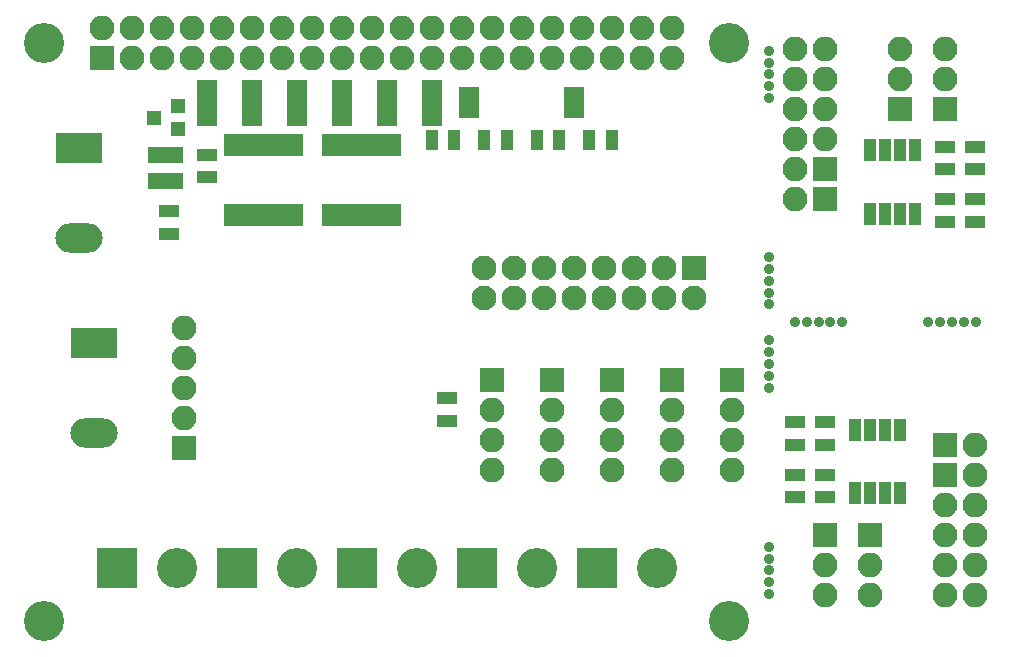
<source format=gts>
G04 #@! TF.FileFunction,Soldermask,Top*
%FSLAX46Y46*%
G04 Gerber Fmt 4.6, Leading zero omitted, Abs format (unit mm)*
G04 Created by KiCad (PCBNEW 4.0.7) date 08/21/18 18:23:19*
%MOMM*%
%LPD*%
G01*
G04 APERTURE LIST*
%ADD10C,0.100000*%
%ADD11R,1.670000X1.370000*%
%ADD12C,0.900000*%
%ADD13R,2.100000X2.100000*%
%ADD14C,2.100000*%
%ADD15O,2.100000X2.100000*%
%ADD16R,1.050000X1.460000*%
%ADD17R,1.300000X1.200000*%
%ADD18R,1.700000X1.100000*%
%ADD19R,1.100000X1.700000*%
%ADD20R,0.850000X1.850000*%
%ADD21C,3.400000*%
%ADD22R,4.000000X2.500000*%
%ADD23O,4.000000X2.500000*%
%ADD24R,3.400000X3.400000*%
%ADD25R,1.000000X1.950000*%
G04 APERTURE END LIST*
D10*
D11*
X106680000Y-25400000D03*
X106680000Y-24130000D03*
X106680000Y-22860000D03*
X95250000Y-25400000D03*
X95250000Y-24130000D03*
X95250000Y-22860000D03*
X99060000Y-25400000D03*
X99060000Y-24130000D03*
X99060000Y-22860000D03*
X102870000Y-25400000D03*
X102870000Y-24130000D03*
X102870000Y-22860000D03*
X110490000Y-25400000D03*
X110490000Y-24130000D03*
X110490000Y-22860000D03*
X114300000Y-25400000D03*
X114300000Y-24130000D03*
X114300000Y-22860000D03*
D12*
X142875000Y-44260000D03*
X142875000Y-45260000D03*
X142875000Y-46260000D03*
X142875000Y-47260000D03*
X142875000Y-48260000D03*
X142875000Y-61738000D03*
X142875000Y-62738000D03*
X142875000Y-63738000D03*
X142875000Y-64738000D03*
X142875000Y-65738000D03*
X145050000Y-42672000D03*
X146050000Y-42672000D03*
X147050000Y-42672000D03*
X148050000Y-42672000D03*
X149050000Y-42672000D03*
X156353000Y-42672000D03*
X157353000Y-42672000D03*
X158353000Y-42672000D03*
X159353000Y-42672000D03*
X160353000Y-42672000D03*
X142875000Y-37227000D03*
X142875000Y-38227000D03*
X142875000Y-39227000D03*
X142875000Y-40227000D03*
X142875000Y-41227000D03*
D13*
X136525000Y-38100000D03*
D14*
X136525000Y-40640000D03*
X133985000Y-38100000D03*
X133985000Y-40640000D03*
X131445000Y-38100000D03*
X131445000Y-40640000D03*
X128905000Y-38100000D03*
X128905000Y-40640000D03*
X126365000Y-38100000D03*
X126365000Y-40640000D03*
X123825000Y-38100000D03*
X123825000Y-40640000D03*
X121285000Y-38100000D03*
X121285000Y-40640000D03*
X118745000Y-38100000D03*
X118745000Y-40640000D03*
D13*
X119380000Y-47625000D03*
D15*
X119380000Y-50165000D03*
X119380000Y-52705000D03*
X119380000Y-55245000D03*
D13*
X124460000Y-47625000D03*
D15*
X124460000Y-50165000D03*
X124460000Y-52705000D03*
X124460000Y-55245000D03*
D13*
X129540000Y-47625000D03*
D15*
X129540000Y-50165000D03*
X129540000Y-52705000D03*
X129540000Y-55245000D03*
D13*
X93345000Y-53340000D03*
D15*
X93345000Y-50800000D03*
X93345000Y-48260000D03*
X93345000Y-45720000D03*
X93345000Y-43180000D03*
D13*
X139700000Y-47625000D03*
D15*
X139700000Y-50165000D03*
X139700000Y-52705000D03*
X139700000Y-55245000D03*
D13*
X134620000Y-47625000D03*
D15*
X134620000Y-50165000D03*
X134620000Y-52705000D03*
X134620000Y-55245000D03*
D11*
X117475000Y-24775000D03*
X117475000Y-23495000D03*
X126365000Y-24770000D03*
X126365000Y-23490000D03*
D16*
X90805000Y-30775000D03*
X91755000Y-30775000D03*
X92705000Y-30775000D03*
X92705000Y-28575000D03*
X90805000Y-28575000D03*
X91755000Y-28575000D03*
D17*
X92805000Y-26350000D03*
X92805000Y-24450000D03*
X90805000Y-25400000D03*
D18*
X115570000Y-51054000D03*
X115570000Y-49154000D03*
D19*
X114300000Y-27305000D03*
X116200000Y-27305000D03*
X118745000Y-27305000D03*
X120645000Y-27305000D03*
X123195000Y-27305000D03*
X125095000Y-27305000D03*
X127635000Y-27305000D03*
X129535000Y-27305000D03*
D18*
X92075000Y-33340000D03*
X92075000Y-35240000D03*
X95250000Y-28575000D03*
X95250000Y-30475000D03*
D20*
X97155000Y-33655000D03*
X97805000Y-33655000D03*
X98455000Y-33655000D03*
X99105000Y-33655000D03*
X99755000Y-33655000D03*
X100405000Y-33655000D03*
X101055000Y-33655000D03*
X101705000Y-33655000D03*
X102355000Y-33655000D03*
X103005000Y-33655000D03*
X103005000Y-27755000D03*
X102355000Y-27755000D03*
X101705000Y-27755000D03*
X101055000Y-27755000D03*
X100405000Y-27755000D03*
X99755000Y-27755000D03*
X99105000Y-27755000D03*
X98455000Y-27755000D03*
X97805000Y-27755000D03*
X97155000Y-27755000D03*
X105410000Y-33655000D03*
X106060000Y-33655000D03*
X106710000Y-33655000D03*
X107360000Y-33655000D03*
X108010000Y-33655000D03*
X108660000Y-33655000D03*
X109310000Y-33655000D03*
X109960000Y-33655000D03*
X110610000Y-33655000D03*
X111260000Y-33655000D03*
X111260000Y-27755000D03*
X110610000Y-27755000D03*
X109960000Y-27755000D03*
X109310000Y-27755000D03*
X108660000Y-27755000D03*
X108010000Y-27755000D03*
X107360000Y-27755000D03*
X106710000Y-27755000D03*
X106060000Y-27755000D03*
X105410000Y-27755000D03*
D13*
X86360000Y-20320000D03*
D15*
X86360000Y-17780000D03*
X88900000Y-20320000D03*
X88900000Y-17780000D03*
X91440000Y-20320000D03*
X91440000Y-17780000D03*
X93980000Y-20320000D03*
X93980000Y-17780000D03*
X96520000Y-20320000D03*
X96520000Y-17780000D03*
X99060000Y-20320000D03*
X99060000Y-17780000D03*
X101600000Y-20320000D03*
X101600000Y-17780000D03*
X104140000Y-20320000D03*
X104140000Y-17780000D03*
X106680000Y-20320000D03*
X106680000Y-17780000D03*
X109220000Y-20320000D03*
X109220000Y-17780000D03*
X111760000Y-20320000D03*
X111760000Y-17780000D03*
X114300000Y-20320000D03*
X114300000Y-17780000D03*
X116840000Y-20320000D03*
X116840000Y-17780000D03*
X119380000Y-20320000D03*
X119380000Y-17780000D03*
X121920000Y-20320000D03*
X121920000Y-17780000D03*
X124460000Y-20320000D03*
X124460000Y-17780000D03*
X127000000Y-20320000D03*
X127000000Y-17780000D03*
X129540000Y-20320000D03*
X129540000Y-17780000D03*
X132080000Y-20320000D03*
X132080000Y-17780000D03*
X134620000Y-20320000D03*
X134620000Y-17780000D03*
D21*
X139490000Y-19050000D03*
X81490000Y-19050000D03*
X81490000Y-68050000D03*
X139490000Y-68050000D03*
D22*
X85725000Y-44450000D03*
D23*
X85725000Y-52070000D03*
D24*
X87630000Y-63500000D03*
D21*
X92710000Y-63500000D03*
D24*
X97790000Y-63500000D03*
D21*
X102870000Y-63500000D03*
D24*
X107950000Y-63500000D03*
D21*
X113030000Y-63500000D03*
D24*
X118110000Y-63500000D03*
D21*
X123190000Y-63500000D03*
D24*
X128270000Y-63500000D03*
D21*
X133350000Y-63500000D03*
D13*
X157761521Y-55644537D03*
D15*
X160301521Y-55644537D03*
X157761521Y-58184537D03*
X160301521Y-58184537D03*
X157761521Y-60724537D03*
X160301521Y-60724537D03*
X157761521Y-63264537D03*
X160301521Y-63264537D03*
X157761521Y-65804537D03*
X160301521Y-65804537D03*
D13*
X151411521Y-60724537D03*
D15*
X151411521Y-63264537D03*
X151411521Y-65804537D03*
D13*
X147601521Y-60724537D03*
D15*
X147601521Y-63264537D03*
X147601521Y-65804537D03*
D13*
X147596947Y-29762725D03*
D15*
X145056947Y-29762725D03*
X147596947Y-27222725D03*
X145056947Y-27222725D03*
X147596947Y-24682725D03*
X145056947Y-24682725D03*
X147596947Y-22142725D03*
X145056947Y-22142725D03*
X147596947Y-19602725D03*
X145056947Y-19602725D03*
D13*
X153946947Y-24682725D03*
D15*
X153946947Y-22142725D03*
X153946947Y-19602725D03*
D13*
X157756947Y-24682725D03*
D15*
X157756947Y-22142725D03*
X157756947Y-19602725D03*
D13*
X157761521Y-53104537D03*
D15*
X160301521Y-53104537D03*
D13*
X147596947Y-32302725D03*
D15*
X145056947Y-32302725D03*
D18*
X147584260Y-57536744D03*
X147584260Y-55636744D03*
X147584260Y-53096744D03*
X147584260Y-51196744D03*
X145044260Y-57536744D03*
X145044260Y-55636744D03*
X145044260Y-53096744D03*
X145044260Y-51196744D03*
X157756947Y-27857725D03*
X157756947Y-29757725D03*
X157756947Y-32307725D03*
X157756947Y-34207725D03*
X160296947Y-27862725D03*
X160296947Y-29762725D03*
X160296947Y-32307725D03*
X160296947Y-34207725D03*
D25*
X153934260Y-51826744D03*
X152664260Y-51826744D03*
X151394260Y-51826744D03*
X150124260Y-51826744D03*
X150124260Y-57226744D03*
X151394260Y-57226744D03*
X152664260Y-57226744D03*
X153934260Y-57226744D03*
X151406947Y-33572725D03*
X152676947Y-33572725D03*
X153946947Y-33572725D03*
X155216947Y-33572725D03*
X155216947Y-28172725D03*
X153946947Y-28172725D03*
X152676947Y-28172725D03*
X151406947Y-28172725D03*
D22*
X84455000Y-27940000D03*
D23*
X84455000Y-35560000D03*
D12*
X142875000Y-19749000D03*
X142875000Y-20749000D03*
X142875000Y-21749000D03*
X142875000Y-22749000D03*
X142875000Y-23749000D03*
M02*

</source>
